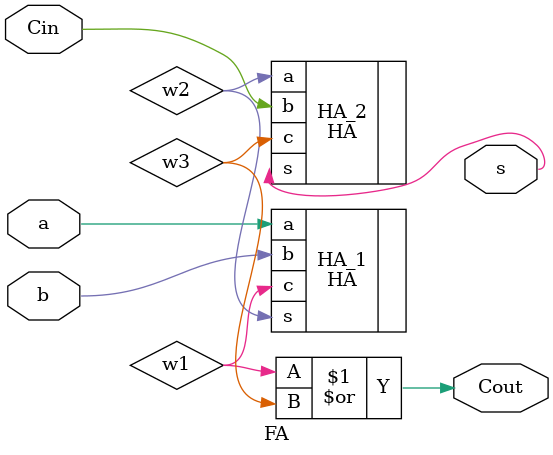
<source format=v>
`timescale 1ns / 1ps


module FA(
    input a,
    input b,
    input Cin,
    output s,
    output Cout
    );
    wire w1, w2, w3;
    HA HA_1 (.a(a), .b(b), .c(w1), .s(w2));
    HA HA_2 (.a(w2), .b(Cin), .c(w3), .s(s));
    assign Cout = w1 | w3;
endmodule

</source>
